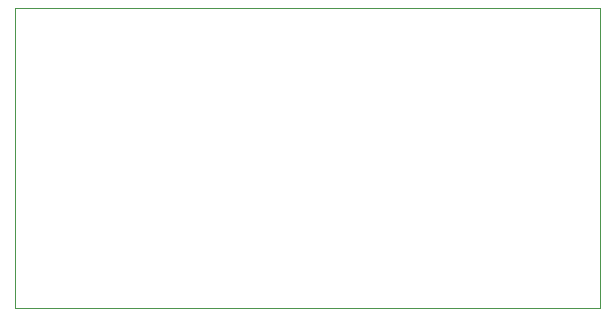
<source format=gbr>
G04 (created by PCBNEW (2013-07-07 BZR 4022)-stable) date 8/2/2014 11:42:44 PM*
%MOIN*%
G04 Gerber Fmt 3.4, Leading zero omitted, Abs format*
%FSLAX34Y34*%
G01*
G70*
G90*
G04 APERTURE LIST*
%ADD10C,0.00590551*%
%ADD11C,0.00393701*%
G04 APERTURE END LIST*
G54D10*
G54D11*
X64750Y-63500D02*
X64750Y-53500D01*
X84250Y-53500D02*
X84250Y-63500D01*
X64750Y-53500D02*
X84250Y-53500D01*
X84250Y-63500D02*
X64750Y-63500D01*
M02*

</source>
